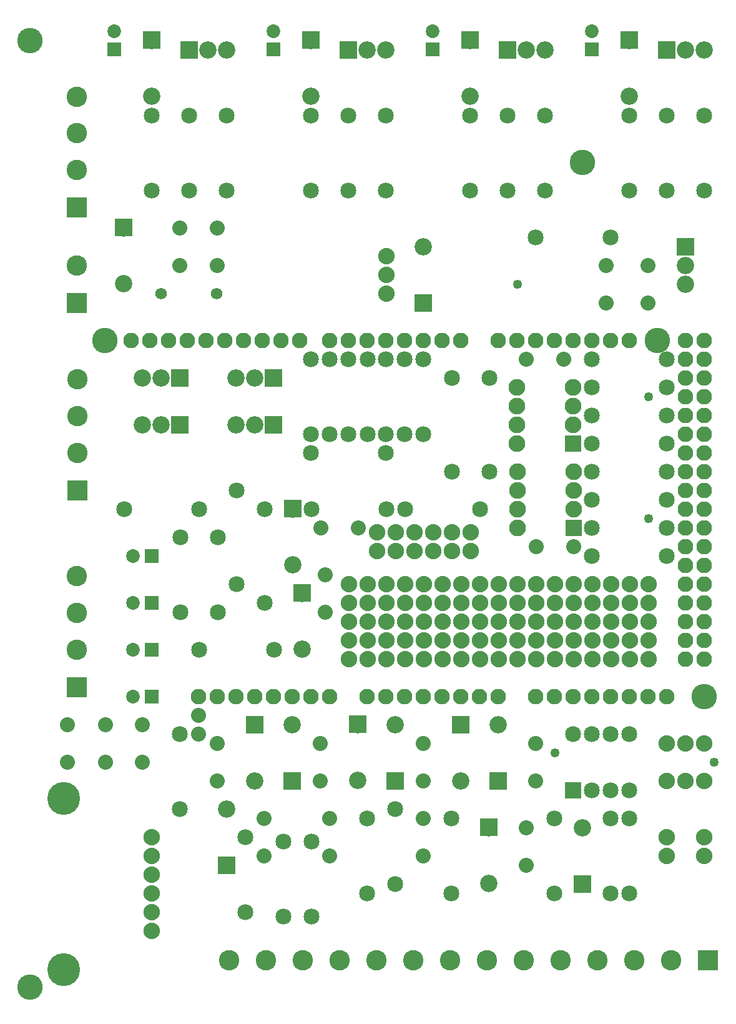
<source format=gts>
G04 MADE WITH FRITZING*
G04 WWW.FRITZING.ORG*
G04 DOUBLE SIDED*
G04 HOLES PLATED*
G04 CONTOUR ON CENTER OF CONTOUR VECTOR*
%ASAXBY*%
%FSLAX23Y23*%
%MOIN*%
%OFA0B0*%
%SFA1.0B1.0*%
%ADD10C,0.049370*%
%ADD11C,0.135984*%
%ADD12C,0.092000*%
%ADD13C,0.080000*%
%ADD14C,0.085000*%
%ADD15C,0.082917*%
%ADD16C,0.175354*%
%ADD17C,0.088000*%
%ADD18C,0.061496*%
%ADD19C,0.089370*%
%ADD20C,0.072992*%
%ADD21C,0.109055*%
%ADD22R,0.092000X0.092000*%
%ADD23R,0.085000X0.085000*%
%ADD24R,0.089370X0.089370*%
%ADD25R,0.072992X0.072992*%
%ADD26R,0.109055X0.109055*%
%LNMASK1*%
G90*
G70*
G54D10*
X2993Y1441D03*
X3493Y2691D03*
X2793Y3941D03*
G54D11*
X3792Y1741D03*
X3542Y3641D03*
X592Y3641D03*
G54D12*
X992Y3441D03*
X892Y3441D03*
X792Y3441D03*
X1492Y3441D03*
X1392Y3441D03*
X1292Y3441D03*
X1492Y3191D03*
X1392Y3191D03*
X1292Y3191D03*
X992Y3191D03*
X892Y3191D03*
X792Y3191D03*
G54D13*
X1092Y1641D03*
X1092Y1541D03*
G54D14*
X1342Y591D03*
X1342Y991D03*
G54D15*
X2992Y1741D03*
X1392Y1741D03*
X3092Y1741D03*
X3192Y1741D03*
X3292Y1741D03*
X3392Y1741D03*
X3692Y3141D03*
X3492Y1741D03*
X3592Y1741D03*
X1432Y3641D03*
X1992Y1741D03*
X2092Y1741D03*
X2192Y1741D03*
X2292Y1741D03*
X3692Y2341D03*
X2392Y1741D03*
X2492Y1741D03*
X2592Y1741D03*
X2692Y1741D03*
X2192Y3641D03*
X3692Y3541D03*
X3692Y2741D03*
X3692Y1941D03*
X1032Y3641D03*
X1792Y1741D03*
X1792Y3641D03*
X3692Y3341D03*
X3692Y2941D03*
X3692Y2541D03*
X3392Y3641D03*
X3692Y2141D03*
X3292Y3641D03*
X3192Y3641D03*
X3092Y3641D03*
X2992Y3641D03*
X2892Y3641D03*
X2792Y3641D03*
X2692Y3641D03*
X832Y3641D03*
X1232Y3641D03*
X1632Y3641D03*
X1192Y1741D03*
X1592Y1741D03*
X2392Y3641D03*
X1992Y3641D03*
X3692Y3641D03*
X3692Y3441D03*
X3692Y3241D03*
X3692Y3041D03*
X3692Y2841D03*
X3692Y2641D03*
X3692Y2441D03*
X3692Y2241D03*
X3692Y2041D03*
X732Y3641D03*
X932Y3641D03*
X1132Y3641D03*
X1332Y3641D03*
X1532Y3641D03*
X1092Y1741D03*
X1292Y1741D03*
X1492Y1741D03*
X1692Y1741D03*
X2492Y3641D03*
X2292Y3641D03*
X2092Y3641D03*
X1892Y3641D03*
X3792Y3641D03*
X3792Y3541D03*
X3792Y3441D03*
X3792Y3341D03*
X3792Y3241D03*
X3792Y3141D03*
X3792Y3041D03*
X3792Y2941D03*
X3792Y2841D03*
X3792Y2741D03*
X3792Y2641D03*
X3792Y2541D03*
X3792Y2441D03*
X3792Y2341D03*
X3792Y2241D03*
X3792Y2141D03*
X3792Y2041D03*
X3792Y1941D03*
X2892Y1741D03*
G54D12*
X2292Y3841D03*
X2292Y4139D03*
G54D14*
X992Y1141D03*
X992Y1541D03*
G54D16*
X372Y284D03*
X370Y1195D03*
G54D11*
X192Y191D03*
X192Y5241D03*
X3142Y4591D03*
G54D17*
X842Y991D03*
X842Y891D03*
X842Y791D03*
X842Y691D03*
X842Y591D03*
X842Y491D03*
G54D14*
X3092Y1241D03*
X3092Y1541D03*
X3192Y1241D03*
X3192Y1541D03*
X3292Y1241D03*
X3292Y1541D03*
X3392Y1241D03*
X3392Y1541D03*
G54D17*
X3592Y1291D03*
X3692Y1291D03*
X3792Y1291D03*
X3792Y1491D03*
X3692Y1491D03*
X3592Y1491D03*
X2093Y3891D03*
X2093Y3991D03*
X2093Y4091D03*
G54D14*
X3292Y1091D03*
X3292Y691D03*
X3392Y1091D03*
X3392Y691D03*
G54D17*
X3592Y991D03*
X3592Y891D03*
X3792Y991D03*
X3792Y891D03*
G54D14*
X3592Y2491D03*
X3192Y2491D03*
X2292Y3541D03*
X2292Y3141D03*
X1792Y3541D03*
X1792Y3141D03*
X3592Y3091D03*
X3192Y3091D03*
X3592Y2941D03*
X3192Y2941D03*
X2092Y3541D03*
X2092Y3141D03*
X2092Y3041D03*
X1692Y3041D03*
X3592Y3541D03*
X3192Y3541D03*
G54D12*
X3692Y4141D03*
X3692Y4041D03*
X3692Y3941D03*
G54D13*
X1192Y4041D03*
X1192Y4241D03*
X3492Y4041D03*
X3492Y3841D03*
X992Y4041D03*
X992Y4241D03*
X3268Y4041D03*
X3268Y3841D03*
G54D12*
X692Y4241D03*
X692Y3943D03*
G54D18*
X892Y3891D03*
X1187Y3891D03*
X892Y3891D03*
X1187Y3891D03*
G54D19*
X3093Y2641D03*
X2793Y2641D03*
X3093Y2741D03*
X2793Y2741D03*
X3093Y2841D03*
X2793Y2841D03*
X3093Y2941D03*
X2793Y2941D03*
X3092Y3091D03*
X2792Y3091D03*
X3092Y3191D03*
X2792Y3191D03*
X3092Y3291D03*
X2792Y3291D03*
X3092Y3391D03*
X2792Y3391D03*
G54D14*
X3592Y2641D03*
X3192Y2641D03*
X2192Y3541D03*
X2192Y3141D03*
X1892Y3541D03*
X1892Y3141D03*
X3592Y3241D03*
X3192Y3241D03*
X3592Y2791D03*
X3192Y2791D03*
X1993Y3541D03*
X1993Y3141D03*
X1692Y3541D03*
X1692Y3141D03*
X3592Y3391D03*
X3192Y3391D03*
G54D13*
X3093Y2541D03*
X2893Y2541D03*
X3042Y3541D03*
X2842Y3541D03*
G54D14*
X1443Y2241D03*
X1443Y2741D03*
X2643Y2941D03*
X2643Y3441D03*
X1293Y2841D03*
X1293Y2341D03*
X2443Y3441D03*
X2443Y2941D03*
X1193Y2191D03*
X1193Y2591D03*
X693Y2741D03*
X1093Y2741D03*
X1093Y1991D03*
X1493Y1991D03*
X993Y2191D03*
X993Y2591D03*
G54D20*
X841Y1991D03*
X742Y1991D03*
X841Y2491D03*
X742Y2491D03*
X841Y1741D03*
X742Y1741D03*
X841Y2241D03*
X742Y2241D03*
G54D14*
X2193Y2741D03*
X2593Y2741D03*
X2142Y1141D03*
X2142Y741D03*
X1693Y966D03*
X1693Y566D03*
G54D13*
X1742Y1291D03*
X1742Y1491D03*
X1792Y1091D03*
X1792Y891D03*
X1192Y1291D03*
X1192Y1491D03*
X1442Y1091D03*
X1442Y891D03*
G54D14*
X1992Y691D03*
X1992Y1091D03*
X1543Y566D03*
X1543Y966D03*
G54D12*
X2142Y1291D03*
X2142Y1589D03*
X1392Y1589D03*
X1392Y1291D03*
X1592Y1291D03*
X1592Y1589D03*
X1242Y841D03*
X1242Y1139D03*
X1643Y2291D03*
X1643Y1993D03*
X1942Y1591D03*
X1942Y1293D03*
G54D21*
X443Y2841D03*
X443Y3038D03*
X443Y3235D03*
X443Y3432D03*
X3812Y332D03*
X3615Y332D03*
X3418Y332D03*
X3221Y332D03*
X3024Y332D03*
X2827Y332D03*
X2631Y332D03*
X2434Y332D03*
X2237Y332D03*
X2040Y332D03*
X1843Y332D03*
X1646Y332D03*
X1449Y332D03*
X1253Y332D03*
G54D13*
X2892Y1291D03*
X2892Y1491D03*
X792Y1591D03*
X792Y1391D03*
X2292Y1291D03*
X2292Y1491D03*
X392Y1591D03*
X392Y1391D03*
X593Y1591D03*
X593Y1391D03*
X2842Y1041D03*
X2842Y841D03*
X2292Y1091D03*
X2292Y891D03*
G54D14*
X2992Y691D03*
X2992Y1091D03*
X2442Y691D03*
X2442Y1091D03*
G54D12*
X3142Y741D03*
X3142Y1039D03*
X2692Y1291D03*
X2692Y1589D03*
X2642Y1041D03*
X2642Y743D03*
X2492Y1589D03*
X2492Y1291D03*
G54D14*
X3292Y4191D03*
X2892Y4191D03*
G54D13*
X1743Y2641D03*
X1943Y2641D03*
X1768Y2391D03*
X1768Y2191D03*
G54D14*
X2093Y2741D03*
X1693Y2741D03*
G54D12*
X1593Y2741D03*
X1593Y2443D03*
G54D14*
X842Y4441D03*
X842Y4841D03*
X2542Y4441D03*
X2542Y4841D03*
X1692Y4441D03*
X1692Y4841D03*
X3392Y4441D03*
X3392Y4841D03*
G54D20*
X642Y5193D03*
X642Y5291D03*
X2342Y5193D03*
X2342Y5291D03*
X1492Y5193D03*
X1492Y5291D03*
X3192Y5193D03*
X3192Y5291D03*
G54D12*
X842Y5241D03*
X842Y4943D03*
X2542Y5241D03*
X2542Y4943D03*
X1692Y5241D03*
X1692Y4943D03*
X3392Y5241D03*
X3392Y4943D03*
X1042Y5191D03*
X1142Y5191D03*
X1242Y5191D03*
X2742Y5191D03*
X2842Y5191D03*
X2942Y5191D03*
X1892Y5191D03*
X1992Y5191D03*
X2092Y5191D03*
X3592Y5191D03*
X3692Y5191D03*
X3792Y5191D03*
G54D14*
X1042Y4441D03*
X1042Y4841D03*
X2742Y4441D03*
X2742Y4841D03*
X1892Y4441D03*
X1892Y4841D03*
X3592Y4441D03*
X3592Y4841D03*
X1242Y4441D03*
X1242Y4841D03*
X2942Y4441D03*
X2942Y4841D03*
X2092Y4441D03*
X2092Y4841D03*
X3792Y4441D03*
X3792Y4841D03*
G54D21*
X442Y3841D03*
X442Y4038D03*
X442Y1791D03*
X442Y1988D03*
X442Y2185D03*
X442Y2382D03*
X442Y4351D03*
X442Y4548D03*
X442Y4745D03*
X442Y4941D03*
G54D17*
X3493Y2341D03*
X3393Y2341D03*
X3293Y2341D03*
X3193Y2341D03*
X3093Y2341D03*
X2993Y2341D03*
X2893Y2341D03*
X2793Y2341D03*
X2693Y2341D03*
X2593Y2341D03*
X2493Y2341D03*
X2393Y2341D03*
X2293Y2341D03*
X2193Y2341D03*
X2093Y2341D03*
X1993Y2341D03*
X1893Y2341D03*
X3493Y2341D03*
X3393Y2341D03*
X3293Y2341D03*
X3193Y2341D03*
X3093Y2341D03*
X2993Y2341D03*
X2893Y2341D03*
X2793Y2341D03*
X2693Y2341D03*
X2593Y2341D03*
X2493Y2341D03*
X2393Y2341D03*
X2293Y2341D03*
X2193Y2341D03*
X2093Y2341D03*
X1993Y2341D03*
X1893Y2341D03*
X1893Y2241D03*
X1993Y2241D03*
X2093Y2241D03*
X2193Y2241D03*
X2293Y2241D03*
X2393Y2241D03*
X2493Y2241D03*
X2593Y2241D03*
X2693Y2241D03*
X2793Y2241D03*
X2893Y2241D03*
X2993Y2241D03*
X3093Y2241D03*
X3193Y2241D03*
X3293Y2241D03*
X3393Y2241D03*
X3493Y2241D03*
X3493Y2141D03*
X3393Y2141D03*
X3293Y2141D03*
X3193Y2141D03*
X3093Y2141D03*
X2993Y2141D03*
X2893Y2141D03*
X2793Y2141D03*
X2693Y2141D03*
X2593Y2141D03*
X2493Y2141D03*
X2393Y2141D03*
X2293Y2141D03*
X2193Y2141D03*
X2093Y2141D03*
X1993Y2141D03*
X1893Y2141D03*
X3493Y2141D03*
X3393Y2141D03*
X3293Y2141D03*
X3193Y2141D03*
X3093Y2141D03*
X2993Y2141D03*
X2893Y2141D03*
X2793Y2141D03*
X2693Y2141D03*
X2593Y2141D03*
X2493Y2141D03*
X2393Y2141D03*
X2293Y2141D03*
X2193Y2141D03*
X2093Y2141D03*
X1993Y2141D03*
X1893Y2141D03*
X1893Y2041D03*
X1993Y2041D03*
X2093Y2041D03*
X2193Y2041D03*
X2293Y2041D03*
X2393Y2041D03*
X2493Y2041D03*
X2593Y2041D03*
X2693Y2041D03*
X2793Y2041D03*
X2893Y2041D03*
X2993Y2041D03*
X3093Y2041D03*
X3193Y2041D03*
X3293Y2041D03*
X3393Y2041D03*
X3493Y2041D03*
X3493Y1941D03*
X3393Y1941D03*
X3293Y1941D03*
X3193Y1941D03*
X3093Y1941D03*
X2993Y1941D03*
X2893Y1941D03*
X2793Y1941D03*
X2693Y1941D03*
X2593Y1941D03*
X2493Y1941D03*
X2393Y1941D03*
X2293Y1941D03*
X2193Y1941D03*
X2093Y1941D03*
X1993Y1941D03*
X1893Y1941D03*
X2543Y2616D03*
X2443Y2616D03*
X2343Y2616D03*
X2243Y2616D03*
X2143Y2616D03*
X2043Y2616D03*
X2543Y2616D03*
X2443Y2616D03*
X2343Y2616D03*
X2243Y2616D03*
X2143Y2616D03*
X2043Y2616D03*
X2043Y2516D03*
X2143Y2516D03*
X2243Y2516D03*
X2343Y2516D03*
X2443Y2516D03*
X2543Y2516D03*
G54D10*
X3493Y3341D03*
X3843Y1391D03*
G54D22*
X992Y3441D03*
X1492Y3441D03*
X1492Y3191D03*
X992Y3191D03*
X2292Y3840D03*
G54D23*
X3092Y1241D03*
G54D22*
X3692Y4141D03*
X692Y4242D03*
G54D24*
X3093Y2641D03*
X3092Y3091D03*
G54D25*
X841Y1991D03*
X841Y2491D03*
X841Y1741D03*
X841Y2241D03*
G54D22*
X2142Y1290D03*
X1392Y1590D03*
X1592Y1290D03*
X1242Y840D03*
X1643Y2292D03*
X1942Y1592D03*
G54D26*
X443Y2841D03*
X3812Y332D03*
G54D22*
X3142Y740D03*
X2692Y1290D03*
X2642Y1042D03*
X2492Y1590D03*
X1593Y2742D03*
G54D25*
X642Y5193D03*
X2342Y5193D03*
X1492Y5193D03*
X3192Y5193D03*
G54D22*
X842Y5242D03*
X2542Y5242D03*
X1692Y5242D03*
X3392Y5242D03*
X1042Y5191D03*
X2742Y5191D03*
X1892Y5191D03*
X3592Y5191D03*
G54D26*
X442Y3841D03*
X442Y1791D03*
X442Y4351D03*
G04 End of Mask1*
M02*
</source>
